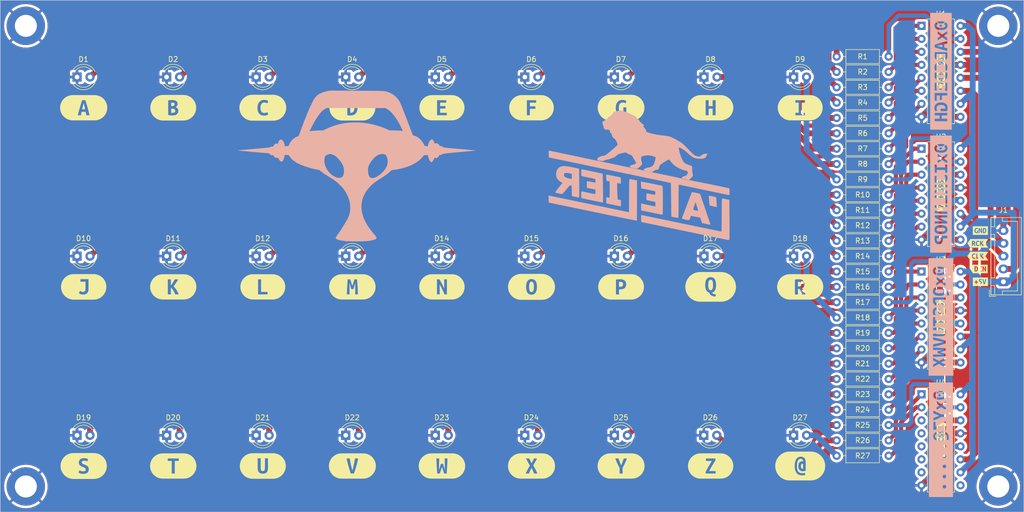
<source format=kicad_pcb>
(kicad_pcb (version 20220914) (generator pcbnew)
  (layers (0 "F.Cu" signal) (31 "B.Cu" signal) (34 "B.Paste" user) (35 "F.Paste" user) (36 "B.SilkS" user "B.Silkscreen") (37 "F.SilkS" user "F.Silkscreen") (38 "B.Mask" user) (39 "F.Mask" user) (44 "Edge.Cuts" user))
  (net 0 "")
  (net 1 "+5V")
  (net 2 "GND")
  (net 3 "OUTPUT_DIN")
  (net 4 "OUTPUT_CLK")
  (net 5 "OUTPUT_RCK")
  (net 6 "Net-(D1-A)")
  (net 7 "Net-(D2-A)")
  (net 8 "Net-(D3-A)")
  (net 9 "Net-(D4-A)")
  (net 10 "Net-(D5-A)")
  (net 11 "Net-(D6-A)")
  (net 12 "Net-(D7-A)")
  (net 13 "Net-(D8-A)")
  (net 14 "Net-(D9-A)")
  (net 15 "Net-(D10-A)")
  (net 16 "Net-(D11-A)")
  (net 17 "Net-(D12-A)")
  (net 18 "Net-(D13-A)")
  (net 19 "Net-(D14-A)")
  (net 20 "Net-(D15-A)")
  (net 21 "Net-(D16-A)")
  (net 22 "Net-(D17-A)")
  (net 23 "Net-(D18-A)")
  (net 24 "Net-(D19-A)")
  (net 25 "Net-(D20-A)")
  (net 26 "Net-(D21-A)")
  (net 27 "Net-(D22-A)")
  (net 28 "Net-(D23-A)")
  (net 29 "Net-(D24-A)")
  (net 30 "Net-(D25-A)")
  (net 31 "Net-(D26-A)")
  (net 32 "/OUTPUT_A")
  (net 33 "/OUTPUT_B")
  (net 34 "/OUTPUT_C")
  (net 35 "/OUTPUT_D")
  (net 36 "/OUTPUT_E")
  (net 37 "/OUTPUT_F")
  (net 38 "/OUTPUT_G")
  (net 39 "/OUTPUT_H")
  (net 40 "/OUTPUT_I")
  (net 41 "/OUTPUT_J")
  (net 42 "/OUTPUT_K")
  (net 43 "/OUTPUT_L")
  (net 44 "/OUTPUT_M")
  (net 45 "/OUTPUT_N")
  (net 46 "/OUTPUT_O")
  (net 47 "/OUTPUT_P")
  (net 48 "/OUTPUT_Q")
  (net 49 "/OUTPUT_R")
  (net 50 "/OUTPUT_S")
  (net 51 "/OUTPUT_T")
  (net 52 "/OUTPUT_U")
  (net 53 "/OUTPUT_V")
  (net 54 "/OUTPUT_W")
  (net 55 "/OUTPUT_X")
  (net 56 "/OUTPUT_Y")
  (net 57 "/OUTPUT_Z")
  (net 58 "Net-(U1-QH')")
  (net 59 "Net-(U2-QH')")
  (net 60 "Net-(U3-QH')")
  (net 61 "Net-(D27-A)")
  (net 68 "/OUTPUT_@")
  (footprint "Resistor_THT:R_Axial_DIN0207_L6.3mm_D2.5mm_P10.16mm_Horizontal" (layer "F.Cu") (at 188.42 99)
    (fp_text reference "R22")
    (fp_text value "R_V" hide)
  )
  (footprint "kibuzzard-6370F8D8" (layer "F.Cu") (at 128.8 46)
    (fp_text reference "kibuzzard-6370F8D8" hide)
    (fp_text value "G***" hide)
  )
  (footprint "Resistor_THT:R_Axial_DIN0207_L6.3mm_D2.5mm_P10.16mm_Horizontal" (layer "F.Cu") (at 188.42 111)
    (fp_text reference "R26")
    (fp_text value "R_Z" hide)
  )
  (footprint "LED_THT:LED_D4.0mm" (layer "F.Cu") (at 145 110)
    (fp_text reference "D25")
    (fp_text value "LED_Y")
  )
  (footprint "Resistor_THT:R_Axial_DIN0207_L6.3mm_D2.5mm_P10.16mm_Horizontal" (layer "F.Cu") (at 188.42 114)
    (fp_text reference "R27")
    (fp_text value "R_@" hide)
  )
  (footprint "kibuzzard-6370FDBC" (layer "F.Cu") (at 163.8 116)
    (fp_text reference "kibuzzard-6370FDBC" hide)
    (fp_text value "G***" hide)
  )
  (footprint "MountingHole:MountingHole_4.3mm_M4_DIN965_Pad" (layer "F.Cu") (at 220 120)
    (fp_text reference "H4" hide)
    (fp_text value "MountingHole_Pad" hide)
  )
  (footprint "LED_THT:LED_D4.0mm" (layer "F.Cu") (at 162.5 75)
    (fp_text reference "D17")
    (fp_text value "LED_Q")
  )
  (footprint "Resistor_THT:R_Axial_DIN0207_L6.3mm_D2.5mm_P10.16mm_Horizontal" (layer "F.Cu") (at 188.42 39)
    (fp_text reference "R2")
    (fp_text value "R_B" hide)
  )
  (footprint "kibuzzard-6370FC4A" (layer "F.Cu") (at 146.3 46)
    (fp_text reference "kibuzzard-6370FC4A" hide)
    (fp_text value "G***" hide)
  )
  (footprint "Package_DIP:DIP-16_W7.62mm" (layer "F.Cu") (at 205 78)
    (fp_text reference "U3")
    (fp_text value "74HC595")
  )
  (footprint "LED_THT:LED_D4.0mm" (layer "F.Cu") (at 162.46 110)
    (fp_text reference "D26")
    (fp_text value "LED_Z")
  )
  (footprint "LED_THT:LED_D4.0mm" (layer "F.Cu") (at 127.5 110)
    (fp_text reference "D24")
    (fp_text value "LED_X")
  )
  (footprint "Resistor_THT:R_Axial_DIN0207_L6.3mm_D2.5mm_P10.16mm_Horizontal" (layer "F.Cu") (at 188.42 51)
    (fp_text reference "R6")
    (fp_text value "R_F" hide)
  )
  (footprint "Resistor_THT:R_Axial_DIN0207_L6.3mm_D2.5mm_P10.16mm_Horizontal" (layer "F.Cu") (at 188.42 96)
    (fp_text reference "R21")
    (fp_text value "R_U" hide)
  )
  (footprint "kibuzzard-6370FD67" (layer "F.Cu") (at 93.8 81)
    (fp_text reference "kibuzzard-6370FD67" hide)
    (fp_text value "G***" hide)
  )
  (footprint "kibuzzard-6370FD57" (layer "F.Cu") (at 76.3 81)
    (fp_text reference "kibuzzard-6370FD57" hide)
    (fp_text value "G***" hide)
  )
  (footprint "Resistor_THT:R_Axial_DIN0207_L6.3mm_D2.5mm_P10.16mm_Horizontal" (layer "F.Cu") (at 188.42 54)
    (fp_text reference "R7")
    (fp_text value "R_G" hide)
  )
  (footprint "Package_DIP:DIP-16_W7.62mm" (layer "F.Cu") (at 205 102)
    (fp_text reference "U4")
    (fp_text value "74HC595")
  )
  (footprint "kibuzzard-6370FD51" (layer "F.Cu") (at 58.8 81)
    (fp_text reference "kibuzzard-6370FD51" hide)
    (fp_text value "G***" hide)
  )
  (footprint "LED_THT:LED_D4.0mm" (layer "F.Cu") (at 127.5 75)
    (fp_text reference "D15")
    (fp_text value "LED_O")
  )
  (footprint "LED_THT:LED_D4.0mm" (layer "F.Cu") (at 40 40)
    (fp_text reference "D1")
    (fp_text value "LED_A")
  )
  (footprint "LED_THT:LED_D4.0mm" (layer "F.Cu") (at 75 110)
    (fp_text reference "D21")
    (fp_text value "LED_U")
  )
  (footprint "kibuzzard-6370FD7F" (layer "F.Cu") (at 163.8 81)
    (fp_text reference "kibuzzard-6370FD7F" hide)
    (fp_text value "G***" hide)
  )
  (footprint "LED_THT:LED_D4.0mm" (layer "F.Cu") (at 180 40)
    (fp_text reference "D9")
    (fp_text value "LED_I")
  )
  (footprint "kibuzzard-6371601F" (layer "F.Cu") (at 216.5 70)
    (fp_text reference "kibuzzard-6371601F" hide)
    (fp_text value "G***" hide)
  )
  (footprint "LED_THT:LED_D4.0mm" (layer "F.Cu") (at 57.5 40)
    (fp_text reference "D2")
    (fp_text value "LED_B")
  )
  (footprint "kibuzzard-6370FEE8" (layer "F.Cu") (at 208.8 110.875 90)
    (fp_text reference "kibuzzard-6370FEE8" hide)
    (fp_text value "G***" hide)
  )
  (footprint "LED_THT:LED_D4.0mm" (layer "F.Cu") (at 92.5 40)
    (fp_text reference "D4")
    (fp_text value "LED_D")
  )
  (footprint "kibuzzard-6370FDB7" (layer "F.Cu") (at 146.3 116)
    (fp_text reference "kibuzzard-6370FDB7" hide)
    (fp_text value "G***" hide)
  )
  (footprint "kibuzzard-6370FD7B" (layer "F.Cu") (at 146.3 81)
    (fp_text reference "kibuzzard-6370FD7B" hide)
    (fp_text value "G***" hide)
  )
  (footprint "kibuzzard-63715FEB" (layer "F.Cu") (at 216.5 80)
    (fp_text reference "kibuzzard-63715FEB" hide)
    (fp_text value "G***" hide)
  )
  (footprint "kibuzzard-6370FDAC" (layer "F.Cu") (at 111.3 116)
    (fp_text reference "kibuzzard-6370FDAC" hide)
    (fp_text value "G***" hide)
  )
  (footprint "MountingHole:MountingHole_4.3mm_M4_DIN965_Pad" (layer "F.Cu") (at 30 30)
    (fp_text reference "H1" hide)
    (fp_text value "MountingHole_Pad" hide)
  )
  (footprint "Resistor_THT:R_Axial_DIN0207_L6.3mm_D2.5mm_P10.16mm_Horizontal" (layer "F.Cu") (at 188.42 108)
    (fp_text reference "R25")
    (fp_text value "R_Y" hide)
  )
  (footprint "Resistor_THT:R_Axial_DIN0207_L6.3mm_D2.5mm_P10.16mm_Horizontal" (layer "F.Cu") (at 188.42 66)
    (fp_text reference "R11")
    (fp_text value "R_K" hide)
  )
  (footprint "MountingHole:MountingHole_4.3mm_M4_DIN965_Pad" (layer "F.Cu") (at 220 30)
    (fp_text reference "H2" hide)
    (fp_text value "MountingHole_Pad" hide)
  )
  (footprint "Resistor_THT:R_Axial_DIN0207_L6.3mm_D2.5mm_P10.16mm_Horizontal" (layer "F.Cu") (at 188.42 81)
    (fp_text reference "R16")
    (fp_text value "R_P" hide)
  )
  (footprint "kibuzzard-6370FD9A" (layer "F.Cu") (at 58.8 116)
    (fp_text reference "kibuzzard-6370FD9A" hide)
    (fp_text value "G***" hide)
  )
  (footprint "Resistor_THT:R_Axial_DIN0207_L6.3mm_D2.5mm_P10.16mm_Horizontal" (layer "F.Cu") (at 188.42 48)
    (fp_text reference "R5")
    (fp_text value "R_E" hide)
  )
  (footprint "kibuzzard-6370FEE8" (layer "F.Cu") (at 208.8 86.875 90)
    (fp_text reference "kibuzzard-6370FEE8" hide)
    (fp_text value "G***" hide)
  )
  (footprint "Resistor_THT:R_Axial_DIN0207_L6.3mm_D2.5mm_P10.16mm_Horizontal" (layer "F.Cu") (at 188.42 102)
    (fp_text reference "R23")
    (fp_text value "R_W" hide)
  )
  (footprint "Resistor_THT:R_Axial_DIN0207_L6.3mm_D2.5mm_P10.16mm_Horizontal" (layer "F.Cu") (at 188.42 75)
    (fp_text reference "R14")
    (fp_text value "R_N" hide)
  )
  (footprint "Resistor_THT:R_Axial_DIN0207_L6.3mm_D2.5mm_P10.16mm_Horizontal" (layer "F.Cu") (at 188.42 84)
    (fp_text reference "R17")
    (fp_text value "R_Q" hide)
  )
  (footprint "Resistor_THT:R_Axial_DIN0207_L6.3mm_D2.5mm_P10.16mm_Horizontal" (layer "F.Cu") (at 188.42 78)
    (fp_text reference "R15")
    (fp_text value "R_O" hide)
  )
  (footprint "LED_THT:LED_D4.0mm" (layer "F.Cu") (at 40 110)
    (fp_text reference "D19")
    (fp_text value "LED_S")
  )
  (footprint "LED_THT:LED_D4.0mm" (layer "F.Cu") (at 57.5 110)
    (fp_text reference "D20")
    (fp_text value "LED_T")
  )
  (footprint "kibuzzard-6370FDA1" (layer "F.Cu") (at 76.3 116)
    (fp_text reference "kibuzzard-6370FDA1" hide)
    (fp_text value "G***" hide)
  )
  (footprint "LED_THT:LED_D4.0mm" (layer "F.Cu") (at 180 110)
    (fp_text reference "D27")
    (fp_text value "LED_@")
  )
  (footprint "Resistor_THT:R_Axial_DIN0207_L6.3mm_D2.5mm_P10.16mm_Horizontal" (layer "F.Cu") (at 188.42 36)
    (fp_text reference "R1")
    (fp_text value "R_A" hide)
  )
  (footprint "kibuzzard-6370F8CE" (layer "F.Cu") (at 93.8 46)
    (fp_text reference "kibuzzard-6370F8CE" hide)
    (fp_text value "G***" hide)
  )
  (footprint "Resistor_THT:R_Axial_DIN0207_L6.3mm_D2.5mm_P10.16mm_Horizontal" (layer "F.Cu") (at 188.42 87)
    (fp_text reference "R18")
    (fp_text value "R_R" hide)
  )
  (footprint "LED_THT:LED_D4.0mm" (layer "F.Cu") (at 57.5 75)
    (fp_text reference "D11")
    (fp_text value "LED_K")
  )
  (footprint "LED_THT:LED_D4.0mm" (layer "F.Cu") (at 92.5 110)
    (fp_text reference "D22")
    (fp_text value "LED_V")
  )
  (footprint "kibuzzard-6370F7DB" (layer "F.Cu") (at 41.3 46)
    (fp_text reference "kibuzzard-6370F7DB" hide)
    (fp_text value "G***" hide)
  )
  (footprint "kibuzzard-6370FDB1" (layer "F.Cu") (at 128.8 116)
    (fp_text reference "kibuzzard-6370FDB1" hide)
    (fp_text value "G***" hide)
  )
  (footprint "kibuzzard-6370FDA7" (layer "F.Cu") (at 93.8 116)
    (fp_text reference "kibuzzard-6370FDA7" hide)
    (fp_text value "G***" hide)
  )
  (footprint "Resistor_THT:R_Axial_DIN0207_L6.3mm_D2.5mm_P10.16mm_Horizontal" (layer "F.Cu") (at 188.42 45)
    (fp_text reference "R4")
    (fp_text value "R_D" hide)
  )
  (footprint "LED_THT:LED_D4.0mm" (layer "F.Cu") (at 110 75)
    (fp_text reference "D14")
    (fp_text value "LED_N")
  )
  (footprint "Resistor_THT:R_Axial_DIN0207_L6.3mm_D2.5mm_P10.16mm_Horizontal" (layer "F.Cu") (at 188.42 60)
    (fp_text reference "R9")
    (fp_text value "R_I" hide)
  )
  (footprint "LED_THT:LED_D4.0mm" (layer "F.Cu") (at 110 110)
    (fp_text reference "D23")
    (fp_text value "LED_W")
  )
  (footprint "LED_THT:LED_D4.0mm" (layer "F.Cu") (at 40 75)
    (fp_text reference "D10")
    (fp_text value "LED_J")
  )
  (footprint "Connector_JST:JST_XH_B5B-XH-A_1x05_P2.50mm_Vertical" (layer "F.Cu") (at 221 80 90)
    (fp_text reference "J1")
    (fp_text value "Conn_01x05" hide)
  )
  (footprint "LED_THT:LED_D4.0mm" (layer "F.Cu") (at 145 40)
    (fp_text reference "D7")
    (fp_text value "LED_G")
  )
  (footprint "kibuzzard-6370FD95" (layer "F.Cu") (at 41.3 116)
    (fp_text reference "kibuzzard-6370FD95" hide)
    (fp_text value "G***" hide)
  )
  (footprint "LED_THT:LED_D4.0mm" (layer "F.Cu") (at 127.5 40)
    (fp_text reference "D6")
    (fp_text value "LED_F")
  )
  (footprint "Resistor_THT:R_Axial_DIN0207_L6.3mm_D2.5mm_P10.16mm_Horizontal" (layer "F.Cu") (at 188.42 69)
    (fp_text reference "R12")
    (fp_text value "R_L" hide)
  )
  (footprint "kibuzzard-6370FD6F" (layer "F.Cu") (at 111.3 81)
    (fp_text reference "kibuzzard-6370FD6F" hide)
    (fp_text value "G***" hide)
  )
  (footprint "Resistor_THT:R_Axial_DIN0207_L6.3mm_D2.5mm_P10.16mm_Horizontal" (layer "F.Cu") (at 188.42 90)
    (fp_text reference "R19")
    (fp_text value "R_S" hide)
  )
  (footprint "Resistor_THT:R_Axial_DIN0207_L6.3mm_D2.5mm_P10.16mm_Horizontal" (layer "F.Cu") (at 188.42 63)
    (fp_text reference "R10")
    (fp_text value "R_J" hide)
  )
  (footprint "kibuzzard-6370FC51" (layer "F.Cu") (at 163.8 46)
    (fp_text reference "kibuzzard-6370FC51" hide)
    (fp_text value "G***" hide)
  )
  (footprint "Resistor_THT:R_Axial_DIN0207_L6.3mm_D2.5mm_P10.16mm_Horizontal" (layer "F.Cu") (at 188.42 105)
    (fp_text reference "R24")
    (fp_text value "R_X" hide)
  )
  (footprint "kibuzzard-63716017" (layer "F.Cu") (at 216 72.5)
    (fp_text reference "kibuzzard-63716017" hide)
    (fp_text value "G***" hide)
  )
  (footprint "LED_THT:LED_D4.0mm" (layer "F.Cu") (at 145 75)
    (fp_text reference "D16")
    (fp_text value "LED_P")
  )
  (footprint "Resistor_THT:R_Axial_DIN0207_L6.3mm_D2.5mm_P10.16mm_Horizontal" (layer "F.Cu") (at 188.42 57)
    (fp_text reference "R8")
    (fp_text value "R_H" hide)
  )
  (footprint "Resistor_THT:R_Axial_DIN0207_L6.3mm_D2.5mm_P10.16mm_Horizontal" (layer "F.Cu") (at 188.42 42)
    (fp_text reference "R3")
    (fp_text value "R_C" hide)
  )
  (footprint "kibuzzard-6370FD86" (layer "F.Cu") (at 181.3 81)
    (fp_text reference "kibuzzard-6370FD86" hide)
    (fp_text value "G***" hide)
  )
  (footprint "kibuzzard-6370FDCC" (layer "F.Cu") (at 181.3 116)
    (fp_text reference "kibuzzard-6370FDCC" hide)
    (fp_text value "G***" hide)
  )
  (footprint "MountingHole:MountingHole_4.3mm_M4_DIN965_Pad" (layer "F.Cu") (at 30 120)
    (fp_text reference "H3" hide)
    (fp_text value "MountingHole_Pad" hide)
  )
  (footprint "LED_THT:LED_D4.0mm" (layer "F.Cu") (at 75 40)
    (fp_text reference "D3")
    (fp_text value "LED_C")
  )
  (footprint "Resistor_THT:R_Axial_DIN0207_L6.3mm_D2.5mm_P10.16mm_Horizontal" (layer "F.Cu") (at 188.42 72)
    (fp_text reference "R13")
    (fp_text value "R_M" hide)
  )
  (footprint "LED_THT:LED_D4.0mm" (layer "F.Cu") (at 75 75)
    (fp_text reference "D12")
    (fp_text value "LED_L")
  )
  (footprint "LED_THT:LED_D4.0mm" (layer "F.Cu") (at 92.5 75)
    (fp_text reference "D13")
    (fp_text value "LED_M")
  )
  (footprint "kibuzzard-6370F8C8" (layer "F.Cu") (at 76.3 46)
    (fp_text reference "kibuzzard-6370F8C8" hide)
    (fp_text value "G***" hide)
  )
  (footprint "kibuzzard-6370FD4C" (layer "F.Cu") (at 41.3 81)
    (fp_text reference "kibuzzard-6370FD4C" hide)
    (fp_text value "G***" hide)
  )
  (footprint "kibuzzard-6370FEE8" (layer "F.Cu") (at 208.8 62.875 90)
    (fp_text reference "kibuzzard-6370FEE8" hide)
    (fp_text value "G***" hide)
  )
  (footprint "LED_THT:LED_D4.0mm" (layer "F.Cu") (at 180 75)
    (fp_text reference "D18")
    (fp_text value "LED_R")
  )
  (footprint "LED_THT:LED_D4.0mm" (layer "F.Cu") (at 110 40)
    (fp_text reference "D5")
    (fp_text value "LED_E")
  )
  (footprint "LED_THT:LED_D4.0mm" (layer "F.Cu") (at 162.5 40)
    (fp_text reference "D8")
    (fp_text value "LED_H")
  )
  (footprint "kibuzzard-6370FC63" (layer "F.Cu") (at 181.3 46)
    (fp_text reference "kibuzzard-6370FC63" hide)
    (fp_text value "G***" hide)
  )
  (footprint "kibuzzard-63716000" (layer "F.Cu") (at 216 75)
    (fp_text reference "kibuzzard-63716000" hide)
    (fp_text value "G***" hide)
  )
  (footprint "kibuzzard-6370F8D3" (layer "F.Cu") (at 111.3 46)
    (fp_text reference "kibuzzard-6370F8D3" hide)
    (fp_text value "G***" hide)
  )
  (footprint "kibuzzard-6370FD75" (layer "F.Cu") (at 128.8 81)
    (fp_text reference "kibuzzard-6370FD75" hide)
    (fp_text value "G***" hide)
  )
  (footprint "kibuzzard-63715FF9" (layer "F.Cu") (at 216.2 77.5)
    (fp_text reference "kibuzzard-63715FF9" hide)
    (fp_text value "G***" hide)
  )
  (footprint "Package_DIP:DIP-16_W7.62mm" (layer "F.Cu") (at 205 30)
    (fp_text reference "U1")
    (fp_text value "74HC595")
  )
  (footprint "Resistor_THT:R_Axial_DIN0207_L6.3mm_D2.5mm_P10.16mm_Horizontal" (layer "F.Cu") (at 188.42 93)
    (fp_text reference "R20")
    (fp_text value "R_T" hide)
  )
  (footprint "kibuzzard-6370FEE8" (layer "F.Cu") (at 208.8 38.875 90)
    (fp_text reference "kibuzzard-6370FEE8" hide)
    (fp_text value "G***" hide)
  )
  (footprint "Package_DIP:DIP-16_W7.62mm" (layer "F.Cu") (at 205 54)
    (fp_text reference "U2")
    (fp_text value "74HC595")
  )
  (footprint "kibuzzard-6370F8AD" (layer "F.Cu") (at 58.8 46)
    (fp_text reference "kibuzzard-6370F8AD" hide)
    (fp_text value "G***" hide)
  )
  (footprint "LOGO" (layer "B.Cu") (at 95 57.5 180)
    (fp_text reference "G***" hide)
    (fp_text value "LOGO" hide)
  )
  (footprint "kibuzzard-63710126" (layer "B.Cu") (at 208.8 62.875 -90)
    (fp_text reference "kibuzzard-63710126" hide)
    (fp_text value "G***" hide)
  )
  (footprint "LOGO" (layer "B.Cu") (at 150 60 180)
    (fp_text reference "G***" hide)
    (fp_text value "LOGO" hide)
  )
  (footprint "kibuzzard-637101DC" (layer "B.Cu") (at 208.8 110.875 -90)
    (fp_text reference "kibuzzard-637101DC" hide)
    (fp_text value "G***" hide)
  )
  (footprint "kibuzzard-6371013A" (layer "B.Cu") (at 208.8 86.875 -90)
    (fp_text reference "kibuzzard-6371013A" hide)
    (fp_text value "G***" hide)
  )
  (footprint "kibuzzard-63710104" (layer "B.Cu") (at 208.8 38.875 -90)
    (fp_text reference "kibuzzard-63710104" hide)
    (fp_text value "G***" hide)
  )
  (footprint "LOGO" (layer "B.Cu") (at 150 60 180)
    (fp_text reference "G***" hide)
    (fp_text value "LOGO" hide)
  )
  (gr_rect (start 25 25) (end 225 125) (stroke (width 0.1)) (fill none) (layer "Edge.Cuts"))
  (segment (start 214 30) (end 215 31) (width 1.152) (layer "B.Cu") (net 1))
  (segment (start 215 114.86) (end 212.62 117.24) (width 1.152) (layer "B.Cu") (net 1))
  (segment (start 215 78) (end 215 90.86) (width 1.152) (layer "B.Cu") (net 1))
  (segment (start 215 51.62) (end 212.62 54) (width 1.152) (layer "B.Cu") (net 1))
  (segment (start 214.18 67.68) (end 212.62 69.24) (width 1.152) (layer "B.Cu") (net 1))
  (segment (start 221 80) (end 217 80) (width 1.152) (layer "B.Cu") (net 1))
  (segment (start 215 66.14) (end 215.36 66.5) (width 1.152) (layer "B.Cu") (net 1))
  (segment (start 217 80) (end 215 78) (width 1.152) (layer "B.Cu") (net 1))
  (segment (start 215 31) (end 215 42.86) (width 1.152) (layer "B.Cu") (net 1))
  (segment (start 215 78) (end 212.62 78) (width 1.152) (layer "B.Cu") (net 1))
  (segment (start 222 80) (end 223 79) (width 1.152) (layer "B.Cu") (net 1))
  (segment (start 215 42.86) (end 212.62 45.24) (width 1.152) (layer "B.Cu") (net 1))
  (segment (start 215.36 66.5) (end 214.18 67.68) (width 1.152) (layer "B.Cu") (net 1))
  (segment (start 223 66.5) (end 215.36 66.5) (width 1.152) (layer "B.Cu") (net 1))
  (segment (start 223 79) (end 223 66.5) (width 1.152) (layer "B.Cu") (net 1))
  (segment (start 215 90.86) (end 212.62 93.24) (width 1.152) (layer "B.Cu") (net 1))
  (segment (start 215 99.62) (end 212.62 102) (width 1.152) (layer "B.Cu") (net 1))
  (segment (start 215 66.86) (end 214.18 67.68) (width 1.152) (layer "B.Cu") (net 1))
  (segment (start 215 65.5) (end 215 66.86) (width 1.152) (layer "B.Cu") (net 1))
  (segment (start 215 90.86) (end 215 99.62) (width 1.152) (layer "B.Cu") (net 1))
  (segment (start 221 80) (end 222 80) (width 1.152) (layer "B.Cu") (net 1))
  (segment (start 215 99.62) (end 215 114.86) (width 1.152) (layer "B.Cu") (net 1))
  (segment (start 215 42.86) (end 215 51.62) (width 1.152) (layer "B.Cu") (net 1))
  (segment (start 215 65.5) (end 215 66.14) (width 1.152) (layer "B.Cu") (net 1))
  (segment (start 212.62 30) (end 214 30) (width 1.152) (layer "B.Cu") (net 1))
  (segment (start 215 51.62) (end 215 65.5) (width 1.152) (layer "B.Cu") (net 1))
  (segment (start 208.62 109.62) (end 207.25 108.25) (width 1.152) (layer "F.Cu") (net 2))
  (segment (start 207.25 69.53) (end 205 71.78) (width 1.152) (layer "F.Cu") (net 2))
  (segment (start 207.25 56.75) (end 207.25 66.75) (width 1.152) (layer "F.Cu") (net 2))
  (segment (start 212.62 61.62) (end 210.12 61.62) (width 1.152) (layer "F.Cu") (net 2))
  (segment (start 207.25 107.75) (end 207.25 117.53) (width 1.152) (layer "F.Cu") (net 2))
  (segment (start 207.03 93.75) (end 207.25 93.75) (width 1.152) (layer "F.Cu") (net 2))
  (segment (start 207.25 66.75) (end 207.25 69.53) (width 1.152) (layer "F.Cu") (net 2))
  (segment (start 207.25 83.25) (end 207.25 84.75) (width 1.152) (layer "F.Cu") (net 2))
  (segment (start 207.25 84.75) (end 207.25 93.75) (width 1.152) (layer "F.Cu") (net 2))
  (segment (start 207.25 45.25) (end 207.25 39.25) (width 1.152) (layer "F.Cu") (net 2))
  (segment (start 207.25 66.75) (end 207.25 81.25) (width 1.152) (layer "F.Cu") (net 2))
  (segment (start 210.12 109.62) (end 208.62 109.62) (width 1.152) (layer "F.Cu") (net 2))
  (segment (start 207.25 84.25) (end 207.25 83.25) (width 1.152) (layer "F.Cu") (net 2))
  (segment (start 221 39.5) (end 221 70) (width 1.152) (layer "F.Cu") (net 2))
  (segment (start 212.62 109.62) (end 210.12 109.62) (width 1.152) (layer "F.Cu") (net 2))
  (segment (start 207.25 58.75) (end 207.25 56.75) (width 1.152) (layer "F.Cu") (net 2))
  (segment (start 207.25 39.25) (end 208.88 37.62) (width 1.152) (layer "F.Cu") (net 2))
  (segment (start 210.12 61.62) (end 207.25 58.75) (width 1.152) (layer "F.Cu") (net 2))
  (segment (start 208.62 85.62) (end 207.25 84.25) (width 1.152) (layer "F.Cu") (net 2))
  (segment (start 205 47.78) (end 207.25 45.53) (width 1.152) (layer "F.Cu") (net 2))
  (segment (start 212.62 37.62) (end 219.12 37.62) (width 1.152) (layer "F.Cu") (net 2))
  (segment (start 208.88 37.62) (end 212.62 37.62) (width 1.152) (layer "F.Cu") (net 2))
  (segment (start 207.25 117.53) (end 205 119.78) (width 1.152) (layer "F.Cu") (net 2))
  (segment (start 207.25 47.25) (end 207.25 45.25) (width 1.152) (layer "F.Cu") (net 2))
  (segment (start 205 95.78) (end 207.03 93.75) (width 1.152) (layer "F.Cu") (net 2))
  (segment (start 207.25 45.53) (end 207.25 45.25) (width 1.152) (layer "F.Cu") (net 2))
  (segment (start 207.25 93.75) (end 207.25 106.75) (width 1.152) (layer "F.Cu") (net 2))
  (segment (start 207.25 81.25) (end 207.25 83.25) (width 1.152) (layer "F.Cu") (net 2))
  (segment (start 207.25 106.75) (end 207.25 107.75) (width 1.152) (layer "F.Cu") (net 2))
  (segment (start 207.25 47.25) (end 207.25 56.75) (width 1.152) (layer "F.Cu") (net 2))
  (segment (start 212.62 85.62) (end 208.62 85.62) (width 1.152) (layer "F.Cu") (net 2))
  (segment (start 219.12 37.62) (end 221 39.5) (width 1.152) (layer "F.Cu") (net 2))
  (segment (start 207.25 108.25) (end 207.25 107.75) (width 1.152) (layer "F.Cu") (net 2))
  (segment (start 223.5 38) (end 220.58 35.08) (width 1.152) (layer "F.Cu") (net 3))
  (segment (start 221 77.5) (end 223 77.5) (width 1.152) (layer "F.Cu") (net 3))
  (segment (start 220.58 35.08) (end 212.62 35.08) (width 1.152) (layer "F.Cu") (net 3))
  (segment (start 223.5 77) (end 223.5 38) (width 1.152) (layer "F.Cu") (net 3))
  (segment (start 223 77.5) (end 223.5 77) (width 1.152) (layer "F.Cu") (net 3))
  (segment (start 215.42 69.5) (end 212.62 66.7) (width 1.152) (layer "F.Cu") (net 4))
  (segment (start 215.5 90) (end 214.8 90.7) (width 1.152) (layer "F.Cu") (net 4))
  (segment (start 214.7 42.7) (end 212.62 42.7) (width 1.152) (layer "F.Cu") (net 4))
  (segment (start 215.5 69.5) (end 215.42 69.5) (width 1.152) (layer "F.Cu") (net 4))
  (segment (start 215.5 43.5) (end 214.7 42.7) (width 1.152) (layer "F.Cu") (net 4))
  (segment (start 215.5 69.5) (end 215.5 43.5) (width 1.152) (layer "F.Cu") (net 4))
  (segment (start 214.3 114.7) (end 212.62 114.7) (width 1.152) (layer "F.Cu") (net 4))
  (segment (start 215.5 69.58) (end 215.5 90) (width 1.152) (layer "F.Cu") (net 4))
  (segment (start 215.5 90) (end 215.5 113.5) (width 1.152) (layer "F.Cu") (net 4))
  (segment (start 215.5 113.5) (end 214.3 114.7) (width 1.152) (layer "F.Cu") (net 4))
  (segment (start 215.42 69.5) (end 215.5 69.58) (width 1.152) (layer "F.Cu") (net 4))
  (segment (start 214.8 90.7) (end 212.62 90.7) (width 1.152) (layer "F.Cu") (net 4))
  (segment (start 221 75) (end 215.5 69.5) (width 1.152) (layer "F.Cu") (net 4))
  (segment (start 218.5 70) (end 218.5 41.5) (width 1.152) (layer "F.Cu") (net 5))
  (segment (start 217.16 40.16) (end 212.62 40.16) (width 1.152) (layer "F.Cu") (net 5))
  (segment (start 210.5 79) (end 210.5 81.728) (width 1.152) (layer "F.Cu") (net 5))
  (segment (start 218.5 41.5) (end 217.16 40.16) (width 1.152) (layer "F.Cu") (net 5))
  (segment (start 221 72.5) (end 218.5 70) (width 1.152) (layer "F.Cu") (net 5))
  (segment (start 210.5 102.5) (end 210.5 105.728) (width 1.152) (layer "F.Cu") (net 5))
  (via (at 210.5 105.728) (size 0.8) (drill 0.4) (layers "F.Cu" "B.Cu") (net 5))
  (via (at 210.5 102.5) (size 0.8) (drill 0.4) (layers "F.Cu" "B.Cu") (net 5))
  (via (at 210.5 79) (size 0.8) (drill 0.4) (layers "F.Cu" "B.Cu") (net 5))
  (via (at 210.5 81.728) (size 0.8) (drill 0.4) (layers "F.Cu" "B.Cu") (net 5))
  (segment (start 212.62 88.16) (end 211.16 88.16) (width 1.152) (layer "B.Cu") (net 5))
  (segment (start 210.5 111.82) (end 210.84 112.16) (width 1.152) (layer "B.Cu") (net 5))
  (segment (start 210.5 87.5) (end 210.5 102.5) (width 1.152) (layer "B.Cu") (net 5))
  (segment (start 216.5 74.5) (end 211.5 74.5) (width 1.152) (layer "B.Cu") (net 5))
  (segment (start 212.46 64) (end 212.62 64.16) (width 1.152) (layer "B.Cu") (net 5))
  (segment (start 210.5 75.5) (end 210.5 76) (width 1.152) (layer "B.Cu") (net 5))
  (segment (start 211.5 64) (end 212.46 64) (width 1.152) (layer "B.Cu") (net 5))
  (segment (start 211.16 88.16) (end 210.5 87.5) (width 1.152) (layer "B.Cu") (net 5))
  (segment (start 210.5 105.728) (end 210.5 111.82) (width 1.152) (layer "B.Cu") (net 5))
  (segment (start 218.5 72.5) (end 216.5 74.5) (width 1.152) (layer "B.Cu") (net 5))
  (segment (start 209.5 66) (end 211.5 64) (width 1.152) (layer "B.Cu") (net 5))
  (segment (start 210.84 112.16) (end 212.62 112.16) (width 1.152) (layer "B.Cu") (net 5))
  (segment (start 221 72.5) (end 218.5 72.5) (width 1.152) (layer "B.Cu") (net 5))
  (segment (start 210.5 76) (end 210.5 79) (width 1.152) (layer "B.Cu") (net 5))
  (segment (start 211.5 74.5) (end 210.5 75.5) (width 1.152) (layer "B.Cu") (net 5))
  (segment (start 211.5 74.5) (end 209.5 72.5) (width 1.152) (layer "B.Cu") (net 5))
  (segment (start 209.5 72.5) (end 209.5 66) (width 1.152) (layer "B.Cu") (net 5))
  (segment (start 210.5 81.728) (end 210.5 87.5) (width 1.152) (layer "B.Cu") (net 5))
  (segment (start 53.04 29.5) (end 42.54 40) (width 1.152) (layer "F.Cu") (net 6))
  (segment (start 188.42 32.507984) (end 185.412016 29.5) (width 1.152) (layer "F.Cu") (net 6))
  (segment (start 185.412016 29.5) (end 53.04 29.5) (width 1.152) (layer "F.Cu") (net 6))
  (segment (start 188.42 36) (end 188.42 32.507984) (width 1.152) (layer "F.Cu") (net 6))
  (segment (start 186.844 32.844) (end 185 31) (width 1.152) (layer "F.Cu") (net 7))
  (segment (start 185 31) (end 69 31) (width 1.152) (layer "F.Cu") (net 7))
  (segment (start 62.688 37.312) (end 62.688 37.352) (width 1.152) (layer "F.Cu") (net 7))
  (segment (start 62.688 37.352) (end 60.04 40) (width 1.152) (layer "F.Cu") (net 7))
  (segment (start 69 31) (end 62.688 37.312) (width 1.152) (layer "F.Cu") (net 7))
  (segment (start 188.42 39) (end 186.844 37.424) (width 1.152) (layer "F.Cu") (net 7))
  (segment (start 186.844 37.424) (end 186.844 32.844) (width 1.152) (layer "F.Cu") (net 7))
  (segment (start 185.492 33.5) (end 184.344 32.352) (width 1.152) (layer "F.Cu") (net 8))
  (segment (start 85.188 32.352) (end 77.54 40) (width 1.152) (layer "F.Cu") (net 8))
  (segment (start 186.844 39.652801) (end 185.492 38.300802) (width 1.152) (layer "F.Cu") (net 8))
  (segment (start 184.344 32.352) (end 85.188 32.352) (width 1.152) (layer "F.Cu") (net 8))
  (segment (start 188.42 42) (end 186.844 40.424) (width 1.152) (layer "F.Cu") (net 8))
  (segment (start 185.492 38.300802) (end 185.492 33.5) (width 1.152) (layer "F.Cu") (net 8))
  (segment (start 186.844 40.424) (end 186.844 39.652801) (width 1.152) (layer "F.Cu") (net 8))
  (segment (start 185.492 42.072) (end 185.492 40.212817) (width 1.152) (layer "F.Cu") (net 9))
  (segment (start 184 34) (end 183.704 33.704) (width 1.152) (layer "F.Cu") (net 9))
  (segment (start 101.336 33.704) (end 95.04 40) (width 1.152) (layer "F.Cu") (net 9))
  (segment (start 188.42 45) (end 185.492 42.072) (width 1.152) (layer "F.Cu") (net 9))
  (segment (start 183.704 33.704) (end 101.336 33.704) (width 1.152) (layer "F.Cu") (net 9))
  (segment (start 185.492 40.212817) (end 184 38.720818) (width 1.152) (layer "F.Cu") (net 9))
  (segment (start 184 38.720818) (end 184 34) (width 1.152) (layer "F.Cu") (net 9))
  (segment (start 188.42 48) (end 181.5 48) (width 1.152) (layer "F.Cu") (net 10))
  (segment (start 178 38.819951) (end 174.328049 35.148) (width 1.152) (layer "F.Cu") (net 10))
  (segment (start 181.5 48) (end 178 44.5) (width 1.152) (layer "F.Cu") (net 10))
  (segment (start 117.392 35.148) (end 112.54 40) (width 1.152) (layer "F.Cu") (net 10))
  (segment (start 178 44.5) (end 178 38.819951) (width 1.152) (layer "F.Cu") (net 10))
  (segment (start 174.328049 35.148) (end 117.392 35.148) (width 1.152) (layer "F.Cu") (net 10))
  (segment (start 176.648 45.060016) (end 182.587984 51) (width 1.152) (layer "F.Cu") (net 11))
  (segment (start 182.587984 51) (end 188.42 51) (width 1.152) (layer "F.Cu") (net 11))
  (segment (start 130.04 40) (end 133.54 36.5) (width 1.152) (layer "F.Cu") (net 11))
  (segment (start 133.54 36.5) (end 173.768032 36.5) (width 1.152) (layer "F.Cu") (net 11))
  (segment (start 173.768032 36.5) (end 176.648 39.379968) (width 1.152) (layer "F.Cu") (net 11))
  (segment (start 176.648 39.379968) (end 176.648 45.060016) (width 1.152) (layer "F.Cu") (net 11))
  (segment (start 175.296 45.620032) (end 183.675968 54) (width 1.152) (layer "F.Cu") (net 12))
  (segment (start 149.688 37.852) (end 173.148 37.852) (width 1.152) (layer "F.Cu") (net 12))
  (segment (start 175.296 40) (end 175.296 45.620032) (width 1.152) (layer "F.Cu") (net 12))
  (segment (start 183.675968 54) (end 188.42 54) (width 1.152) (layer "F.Cu") (net 12))
  (segment (start 147.54 40) (end 149.688 37.852) (width 1.152) (layer "F.Cu") (net 12))
  (segment (start 173.148 37.852) (end 175.296 40) (width 1.152) (layer "F.Cu") (net 12))
  (segment (start 188.42 57) (end 184.5 57) (width 1.152) (layer "F.Cu") (net 13))
  (segment (start 184.5 57) (end 173.944 46.444) (width 1.152) (layer "F.Cu") (net 13))
  (segment (start 173.944 40.944) (end 173 40) (width 1.152) (layer "F.Cu") (net 13))
  (segment (start 173 40) (end 165.04 40) (width 1.152) (layer "F.Cu") (net 13))
  (segment (start 173.944 46.444) (end 173.944 40.944) (width 1.152) (layer "F.Cu") (net 13))
  (segment (start 182.54 40) (end 182.54 54.12) (width 1.152) (layer "B.Cu") (net 14))
  (segment (start 182.54 54.12) (end 188.42 60) (width 1.152) (layer "B.Cu") (net 14))
  (segment (start 54.54 63) (end 42.54 75) (width 1.152) (layer "F.Cu") (net 15))
  (segment (start 188.42 63) (end 54.54 63) (width 1.152) (layer "F.Cu") (net 15))
  (segment (start 187 64.352) (end 187 64.58) (width 1.152) (layer "F.Cu") (net 16))
  (segment (start 60.04 75) (end 70.688 64.352) (width 1.152) (layer "F.Cu") (net 16))
  (segment (start 187 64.58) (end 188.42 66) (width 1.152) (layer "F.Cu") (net 16))
  (segment (start 70.688 64.352) (end 187 64.352) (width 1.152) (layer "F.Cu") (net 16))
  (segment (start 86.836 65.704) (end 77.54 75) (width 1.152) (layer "F.Cu") (net 17))
  (segment (start 188.42 69) (end 185.124 65.704) (width 1.152) (layer "F.Cu") (net 17))
  (segment (start 185.124 65.704) (end 86.836 65.704) (width 1.152) (layer "F.Cu") (net 17))
  (segment (start 183.476 67.056) (end 188.42 72) (width 1.152) (layer "F.Cu") (net 18))
  (segment (start 102.984 67.056) (end 183.476 67.056) (width 1.152) (layer "F.Cu") (net 18))
  (segment (start 95.04 75) (end 102.984 67.056) (width 1.152) (layer "F.Cu") (net 18))
  (segment (start 181.92 68.5) (end 188.42 75) (width 1.152) (layer "F.Cu") (net 19))
  (segment (start 119.04 68.5) (end 181.92 68.5) (width 1.152) (layer "F.Cu") (net 19))
  (segment (start 112.54 75) (end 119.04 68.5) (width 1.152) (layer "F.Cu") (net 19))
  (segment (start 186.5 77) (end 186.5 74.992016) (width 1.152) (layer "F.Cu") (net 20))
  (segment (start 187.5 78) (end 186.5 77) (width 1.152) (layer "F.Cu") (net 20))
  (segment (start 186.5 74.992016) (end 181.359984 69.852) (width 1.152) (layer "F.Cu") (net 20))
  (segment (start 188.42 78) (end 187.5 78) (width 1.152) (layer "F.Cu") (net 20))
  (segment (start 135.188 69.852) (end 130.04 75) (width 1.152) (layer "F.Cu") (net 20))
  (segment (start 181.359984 69.852) (end 135.188 69.852) (width 1.152) (layer "F.Cu") (net 20))
  (segment (start 151.336 71.204) (end 174.5 71.204) (width 1.152) (layer "F.Cu") (net 21))
  (segment (start 177 80) (end 178 81) (width 1.152) (layer "F.Cu") (net 21))
  (segment (start 177 73.704) (end 177 80) (width 1.152) (layer "F.Cu") (net 21))
  (segment (start 178 81) (end 188.42 81) (width 1.152) (layer "F.Cu") (net 21))
  (segment (start 174.5 71.204) (end 177 73.704) (width 1.152) (layer "F.Cu") (net 21))
  (segment (start 147.54 75) (end 151.336 71.204) (width 1.152) (layer "F.Cu") (net 21))
  (segment (start 175.148 75) (end 165.04 75) (width 1.152) (layer "F.Cu") (net 22))
  (segment (start 188.42 84) (end 178.296 84) (width 1.152) (layer "F.Cu") (net 22))
  (segment (start 178.296 84) (end 175.648 81.352) (width 1.152) (layer "F.Cu") (net 22))
  (segment (start 175.648 81.352) (end 175.648 75.5) (width 1.152) (layer "F.Cu") (net 22))
  (segment (start 175.648 75.5) (end 175.148 75) (width 1.152) (layer "F.Cu") (net 22))
  (segment (start 182.54 81.12) (end 188.42 87) (width 1.152) (layer "B.Cu") (net 23))
  (segment (start 182.54 75) (end 182.54 81.12) (width 1.152) (layer "B.Cu") (net 23))
  (segment (start 44 90) (end 42.5 91.5) (width 1.152) (layer "F.Cu") (net 24))
  (segment (start 42.54 91.54) (end 42.54 110) (width 1.152) (layer "F.Cu") (net 24))
  (segment (start 188.42 90) (end 44 90) (width 1.152) (layer "F.Cu") (net 24))
  (segment (start 42.5 91.5) (end 42.54 91.54) (width 1.152) (layer "F.Cu") (net 24))
  (segment (start 62 93) (end 188.42 93) (width 1.152) (layer "F.Cu") (net 25))
  (segment (start 60.04 110) (end 60.04 94.96) (width 1.152) (layer "F.Cu") (net 25))
  (segment (start 60.04 94.96) (end 62 93) (width 1.152) (layer "F.Cu") (net 25))
  (segment (start 79 96) (end 77.54 97.46) (width 1.152) (layer "F.Cu") (net 26))
  (segment (start 77.54 97.46) (end 77.54 110) (width 1.152) (layer "F.Cu") (net 26))
  (segment (start 188.42 96) (end 79 96) (width 1.152) (layer "F.Cu") (net 26))
  (segment (start 188.42 99) (end 97 99) (width 1.152) (layer "F.Cu") (net 27))
  (segment (start 95.04 100.96) (end 95.04 110) (width 1.152) (layer "F.Cu") (net 27))
  (segment (start 97 99) (end 95.04 100.96) (width 1.152) (layer "F.Cu") (net 27))
  (segment (start 114 102) (end 188.42 102) (width 1.152) (layer "F.Cu") (net 28))
  (segment (start 112.54 110) (end 112.54 103.46) (width 1.152) (layer "F.Cu") (net 28))
  (segment (start 112.54 103.46) (end 114 102) (width 1.152) (layer "F.Cu") (net 28))
  (segment (start 188.42 105) (end 131.5 105) (width 1.152) (layer "F.Cu") (net 29))
  (segment (start 130.04 106.46) (end 130.04 110) (width 1.152) (layer "F.Cu") (net 29))
  (segment (start 131.5 105) (end 130.04 106.46) (width 1.152) (layer "F.Cu") (net 29))
  (segment (start 150.54 107) (end 147.54 110) (width 1.152) (layer "F.Cu") (net 30))
  (segment (start 185.5 108) (end 184.5 107) (width 1.152) (layer "F.Cu") (net 30))
  (segment (start 188.42 108) (end 185.5 108) (width 1.152) (layer "F.Cu") (net 30))
  (segment (start 184.5 107) (end 150.54 107) (width 1.152) (layer "F.Cu") (net 30))
  (segment (start 185 112) (end 186 111) (width 1.152) (layer "F.Cu") (net 31))
  (segment (start 186 111) (end 188.42 111) (width 1.152) (layer "F.Cu") (net 31))
  (segment (start 165 110) (end 169 114) (width 1.152) (layer "F.Cu") (net 31))
  (segment (start 183 114) (end 185 112) (width 1.152) (layer "F.Cu") (net 31))
  (segment (start 169 114) (end 183 114) (width 1.152) (layer "F.Cu") (net 31))
  (segment (start 185 112) (end 185.5 111.5) (width 1.152) (layer "F.Cu") (net 31))
  (segment (start 198.58 36) (end 198.58 29.92) (width 0.8128) (layer "B.Cu") (net 32))
  (segment (start 207.5 32) (end 208.04 32.54) (width 0.8128) (layer "B.Cu") (net 32))
  (segment (start 208.04 32.54) (end 212.62 32.54) (width 0.8128) (layer "B.Cu") (net 32))
  (segment (start 207.5 29.6872) (end 207.5 32) (width 0.8128) (layer "B.Cu") (net 32))
  (segment (start 198.58 29.92) (end 200.5 28) (width 0.8128) (layer "B.Cu") (net 32))
  (segment (start 200.5 28) (end 205.8128 28) (width 0.8128) (layer "B.Cu") (net 32))
  (segment (start 205.8128 28) (end 207.5 29.6872) (width 0.8128) (layer "B.Cu") (net 32))
  (segment (start 200.5 30) (end 199.9864 30.5136) (width 0.8128) (layer "F.Cu") (net 33))
  (segment (start 205 30) (end 200.5 30) (width 0.8128) (layer "F.Cu") (net 33))
  (segment (start 199.9864 30.5136) (end 199.9864 37.5936) (width 0.8128) (layer "F.Cu") (net 33))
  (segment (start 199.9864 37.5936) (end 198.58 39) (width 0.8128) (layer "F.Cu") (net 33))
  (segment (start 205 32.54) (end 201.46 32.54) (width 0.8128) (layer "F.Cu") (net 34))
  (segment (start 200.9992 33.0008) (end 200.9992 39.5808) (width 0.8128) (layer "F.Cu") (net 34))
  (segment (start 201.46 32.54) (end 200.9992 33.0008) (width 0.8128) (layer "F.Cu") (net 34))
  (segment (start 200.9992 39.5808) (end 198.58 42) (width 0.8128) (layer "F.Cu") (net 34))
  (segment (start 200.006158 42.006158) (end 200.006158 43.573842) (width 0.8128) (layer "F.Cu") (net 35))
  (segment (start 205 35.08) (end 202.92 35.08) (width 0.8128) (layer "F.Cu") (net 35))
  (segment (start 200.006158 43.573842) (end 198.58 45) (width 0.8128) (layer "F.Cu") (net 35))
  (segment (start 202.012 35.988) (end 202.012 40.000316) (width 0.8128) (layer "F.Cu") (net 35))
  (segment (start 202.012 40.000316) (end 200.006158 42.006158) (width 0.8128) (layer "F.Cu") (net 35))
  (segment (start 202.92 35.08) (end 202.012 35.988) (width 0.8128) (layer "F.Cu") (net 35))
  (segment (start 200.04 44.972315) (end 200.04 46.54) (width 0.8128) (layer "F.Cu") (net 36))
  (segment (start 199.9864 45.025915) (end 199.9864 46.5936) (width 0.8128) (layer "F.Cu") (net 36))
  (segment (start 203.4048 37.62) (end 203.0248 38) (width 0.8128) (layer "F.Cu") (net 36))
  (segment (start 200.04 46.54) (end 198.58 48) (width 0.8128) (layer "F.Cu") (net 36))
  (segment (start 199.9864 46.5936) (end 198.58 48) (width 0.8128) (layer "F.Cu") (net 36))
  (segment (start 205 37.62) (end 203.4048 37.62) (width 0.8128) (layer "F.Cu") (net 36))
  (segment (start 201.018958 43.993357) (end 199.9864 45.025915) (width 0.8128) (layer "F.Cu") (net 36))
  (segment (start 203.0248 40.5248) (end 202.9752 40.5248) (width 0.8128) (layer "F.Cu") (net 36))
  (segment (start 203.0248 40.419832) (end 201.018958 42.425674) (width 0.8128) (layer "F.Cu") (net 36))
  (segment (start 201.018958 42.425674) (end 201.018958 43.993357) (width 0.8128) (layer "F.Cu") (net 36))
  (segment (start 202.9752 40.5248) (end 201.018958 42.481042) (width 0.8128) (layer "F.Cu") (net 36))
  (segment (start 203.0248 38) (end 203.0248 40.419832) (width 0.8128) (layer "F.Cu") (net 36))
  (segment (start 201.018958 43.993358) (end 200.04 44.972315) (width 0.8128) (layer "F.Cu") (net 36))
  (segment (start 201.018958 42.481042) (end 201.018958 43.993358) (width 0.8128) (layer "F.Cu") (net 36))
  (segment (start 201.0528 45.5) (end 201.0528 48.5272) (width 0.8128) (layer "F.Cu") (net 37))
  (segment (start 202.031758 43.128242) (end 202.031758 44.521042) (width 0.8128) (layer "F.Cu") (net 37))
  (segment (start 205 40.16) (end 202.031758 43.128242) (width 0.8128) (layer "F.Cu") (net 37))
  (segment (start 201.0528 48.5272) (end 198.58 51) (width 0.8128) (layer "F.Cu") (net 37))
  (segment (start 202.031758 44.521042) (end 201.0528 45.5) (width 0.8128) (layer "F.Cu") (net 37))
  (segment (start 202.0656 46) (end 202.0656 48.946716) (width 0.8128) (layer "F.Cu") (net 38))
  (segment (start 200.506158 50.506158) (end 200.506158 52.073842) (width 0.8128) (layer "F.Cu") (net 38))
  (segment (start 202.0656 48.946716) (end 200.506158 50.506158) (width 0.8128) (layer "F.Cu") (net 38))
  (segment (start 203.892316 42.7) (end 203.044558 43.547758) (width 0.8128) (layer "F.Cu") (net 38))
  (segment (start 203.044558 45.021042) (end 202.0656 46) (width 0.8128) (layer "F.Cu") (net 38))
  (segment (start 205 42.7) (end 203.892316 42.7) (width 0.8128) (layer "F.Cu") (net 38))
  (segment (start 203.044558 43.547758) (end 203.044558 45.021042) (width 0.8128) (layer "F.Cu") (net 38))
  (segment (start 200.506158 52.073842) (end 198.58 54) (width 0.8128) (layer "F.Cu") (net 38))
  (segment (start 203.0784 47.1616) (end 203.0784 49.4216) (width 0.8128) (layer "F.Cu") (net 39))
  (segment (start 202 53.58) (end 198.58 57) (width 0.8128) (layer "F.Cu") (net 39))
  (segment (start 205 45.24) (end 203.0784 47.1616) (width 0.8128) (layer "F.Cu") (net 39))
  (segment (start 202 50.5) (end 202 53.58) (width 0.8128) (layer "F.Cu") (net 39))
  (segment (start 203.0784 49.4216) (end 202 50.5) (width 0.8128) (layer "F.Cu") (net 39))
  (segment (start 203.5 52) (end 206.5 52) (width 0.8128) (layer "B.Cu") (net 40))
  (segment (start 198.58 60) (end 202.5 60) (width 0.8128) (layer "B.Cu") (net 40))
  (segment (start 207 56) (end 207.54 56.54) (width 0.8128) (layer "B.Cu") (net 40))
  (segment (start 202.5 60) (end 203 59.5) (width 0.8128) (layer "B.Cu") (net 40))
  (segment (start 206.5 52) (end 207 52.5) (width 0.8128) (layer "B.Cu") (net 40))
  (segment (start 207.54 56.54) (end 212.62 56.54) (width 0.8128) (layer "B.Cu") (net 40))
  (segment (start 203 59.5) (end 203 52.5) (width 0.8128) (layer "B.Cu") (net 40))
  (segment (start 203 52.5) (end 203.5 52) (width 0.8128) (layer "B.Cu") (net 40))
  (segment (start 207 52.5) (end 207 56) (width 0.8128) (layer "B.Cu") (net 40))
  (segment (start 203.5 54) (end 200 57.5) (width 0.8128) (layer "F.Cu") (net 41))
  (segment (start 205 54) (end 203.5 54) (width 0.8128) (layer "F.Cu") (net 41))
  (segment (start 200 61.58) (end 198.58 63) (width 0.8128) (layer "F.Cu") (net 41))
  (segment (start 200 57.5) (end 200 61.58) (width 0.8128) (layer "F.Cu") (net 41))
  (segment (start 201.0128 61.999516) (end 200.006158 63.006158) (width 0.8128) (layer "F.Cu") (net 42))
  (segment (start 201.0128 57.919516) (end 201.0128 61.999516) (width 0.8128) (layer "F.Cu") (net 42))
  (segment (start 205 56.54) (end 202.392316 56.54) (width 0.8128) (layer "F.Cu") (net 42))
  (segment (start 200.006158 63.006158) (end 200.006158 64.573842) (width 0.8128) (layer "F.Cu") (net 42))
  (segment (start 202.392316 56.54) (end 201.0128 57.919516) (width 0.8128) (layer "F.Cu") (net 42))
  (segment (start 200.006158 64.573842) (end 198.58 66) (width 0.8128) (layer "F.Cu") (net 42))
  (segment (start 202.0256 62.493358) (end 201.018958 63.5) (width 0.8128) (layer "F.Cu") (net 43))
  (segment (start 202.42 59.08) (end 202.0256 59.4744) (width 0.8128) (layer "F.Cu") (net 43))
  (segment (start 200 66.012315) (end 200 67.58) (width 0.8128) (layer "F.Cu") (net 43))
  (segment (start 200 67.58) (end 198.58 69) (width 0.8128) (layer "F.Cu") (net 43))
  (segment (start 205 59.08) (end 202.42 59.08) (width 0.8128) (layer "F.Cu") (net 43))
  (segment (start 201.018958 63.5) (end 201.018958 64.993358) (width 0.8128) (layer "F.Cu") (net 43))
  (segment (start 201.018958 64.993358) (end 200 66.012315) (width 0.8128) (layer "F.Cu") (net 43))
  (segment (start 202.0256 59.4744) (end 202.0256 62.493358) (width 0.8128) (layer "F.Cu") (net 43))
  (segment (start 201.0128 67.999516) (end 200.006158 69.006158) (width 0.8128) (layer "F.Cu") (net 44))
  (segment (start 203.4184 61.62) (end 203.0384 62) (width 0.8128) (layer "F.Cu") (net 44))
  (segment (start 201.0128 66.5) (end 201.0128 67.999516) (width 0.8128) (layer "F.Cu") (net 44))
  (segment (start 205 61.62) (end 203.4184 61.62) (width 0.8128) (layer "F.Cu") (net 44))
  (segment (start 200.006158 70.573842) (end 198.58 72) (width 0.8128) (layer "F.Cu") (net 44))
  (segment (start 203.0384 62) (end 203.0384 62.9616) (width 0.8128) (layer "F.Cu") (net 44))
  (segment (start 200.006158 69.006158) (end 200.006158 70.573842) (width 0.8128) (layer "F.Cu") (net 44))
  (segment (start 203.0384 62.9616) (end 202.031758 63.968242) (width 0.8128) (layer "F.Cu") (net 44))
  (segment (start 202.031758 63.968242) (end 202.031758 65.481042) (width 0.8128) (layer "F.Cu") (net 44))
  (segment (start 202.031758 65.481042) (end 201.0128 66.5) (width 0.8128) (layer "F.Cu") (net 44))
  (segment (start 202.0256 67) (end 203.044558 65.981042) (width 0.8128) (layer "F.Cu") (net 45))
  (segment (start 201.018958 70.993358) (end 201.018958 69.5) (width 0.8128) (layer "F.Cu") (net 45))
  (segment (start 202.0256 68.493358) (end 202.0256 67) (width 0.8128) (layer "F.Cu") (net 45))
  (segment (start 203.044558 65.981042) (end 203.044558 64.5) (width 0.8128) (layer "F.Cu") (net 45))
  (segment (start 203.044558 64.5) (end 203.384558 64.16) (width 0.8128) (layer "F.Cu") (net 45))
  (segment (start 198.58 75) (end 200 73.58) (width 0.8128) (layer "F.Cu") (net 45))
  (segment (start 203.384558 64.16) (end 205 64.16) (width 0.8128) (layer "F.Cu") (net 45))
  (segment (start 201.018958 69.5) (end 202.0256 68.493358) (width 0.8128) (layer "F.Cu") (net 45))
  (segment (start 200 73.58) (end 200 72.012315) (width 0.8128) (layer "F.Cu") (net 45))
  (segment (start 200 72.012315) (end 201.018958 70.993358) (width 0.8128) (layer "F.Cu") (net 45))
  (segment (start 201.0128 72.5) (end 201.0128 73.999516) (width 0.8128) (layer "F.Cu") (net 46))
  (segment (start 203.757916 66.7) (end 203.228958 67.228958) (width 0.8128) (layer "F.Cu") (net 46))
  (segment (start 203.228958 68.8028) (end 202.031758 70) (width 0.8128) (layer "F.Cu") (net 46))
  (segment (start 199.9864 75.025915) (end 199.9864 76.5936) (width 0.8128) (layer "F.Cu") (net 46))
  (segment (start 202.031758 70) (end 202.031757 71.481043) (width 0.8128) (layer "F.Cu") (net 46))
  (segment (start 201.0128 73.999516) (end 199.9864 75.025915) (width 0.8128) (layer "F.Cu") (net 46))
  (segment (start 199.9864 76.5936) (end 198.58 78) (width 0.8128) (layer "F.Cu") (net 46))
  (segment (start 203.228958 67.228958) (end 203.228958 68.8028) (width 0.8128) (layer "F.Cu") (net 46))
  (segment (start 202.031757 71.481043) (end 201.0128 72.5) (width 0.8128) (layer "F.Cu") (net 46))
  (segment (start 205 66.7) (end 203.757916 66.7) (width 0.8128) (layer "F.Cu") (net 46))
  (segment (start 199.5 81) (end 198.58 81) (width 0.8128) (layer "F.Cu") (net 47))
  (segment (start 202.0256 73) (end 202.0256 74.419031) (width 0.8128) (layer "F.Cu") (net 47))
  (segment (start 200 80.5) (end 199.5 81) (width 0.8128) (layer "F.Cu") (net 47))
  (segment (start 203.044557 71.981043) (end 202.0256 73) (width 0.8128) (layer "F.Cu") (net 47))
  (segment (start 204.224074 69.24) (end 203.044558 70.419516) (width 0.8128) (layer "F.Cu") (net 47))
  (segment (start 203.044558 70.419516) (end 203.044557 71.981043) (width 0.8128) (layer "F.Cu") (net 47))
  (segment (start 200.9992 77.013116) (end 200 78.012316) (width 0.8128) (layer "F.Cu") (net 47))
  (segment (start 202.0256 74.419031) (end 200.9992 75.445431) (width 0.8128) (layer "F.Cu") (net 47))
  (segment (start 200 78.012316) (end 200 80.5) (width 0.8128) (layer "F.Cu") (net 47))
  (segment (start 200.9992 75.445431) (end 200.9992 77.013116) (width 0.8128) (layer "F.Cu") (net 47))
  (segment (start 205 69.24) (end 204.224074 69.24) (width 0.8128) (layer "F.Cu") (net 47))
  (segment (start 198.58 84) (end 202.5 84) (width 0.8128) (layer "B.Cu") (net 48))
  (segment (start 203 76.5) (end 203.5 76) (width 0.8128) (layer "B.Cu") (net 48))
  (segment (start 206.5 76) (end 207 76.5) (width 0.8128) (layer "B.Cu") (net 48))
  (segment (start 203.5 76) (end 206.5 76) (width 0.8128) (layer "B.Cu") (net 48))
  (segment (start 202.5 84) (end 203 83.5) (width 0.8128) (layer "B.Cu") (net 48))
  (segment (start 207 76.5) (end 207 80) (width 0.8128) (layer "B.Cu") (net 48))
  (segment (start 207 80) (end 207.54 80.54) (width 0.8128) (layer "B.Cu") (net 48))
  (segment (start 203 83.5) (end 203 76.5) (width 0.8128) (layer "B.Cu") (net 48))
  (segment (start 207.54 80.54) (end 212.62 80.54) (width 0.8128) (layer "B.Cu") (net 48))
  (segment (start 200 85.58) (end 198.58 87) (width 0.8128) (layer "F.Cu") (net 49))
  (segment (start 201.0128 78.5) (end 201.0128 80.919515) (width 0.8128) (layer "F.Cu") (net 49))
  (segment (start 201.0128 80.919515) (end 200 81.932315) (width 0.8128) (layer "F.Cu") (net 49))
  (segment (start 205 78) (end 201.5128 78) (width 0.8128) (layer "F.Cu") (net 49))
  (segment (start 201.5128 78) (end 201.0128 78.5) (width 0.8128) (layer "F.Cu") (net 49))
  (segment (start 200 81.932315) (end 200 85.58) (width 0.8128) (layer "F.Cu") (net 49))
  (segment (start 200 89.5) (end 199.5 90) (width 0.8128) (layer "F.Cu") (net 50))
  (segment (start 201.0128 85.999516) (end 199.9864 87.025915) (width 0.8128) (layer "F.Cu") (net 50))
  (segment (start 202.0256 81) (end 202.0256 81.339031) (width 0.8128) (layer "F.Cu") (net 50))
  (segment (start 199.5 90) (end 198.58 90) (width 0.8128) (layer "F.Cu") (net 50))
  (segment (start 200 89) (end 200 89.5) (width 0.8128) (layer "F.Cu") (net 50))
  (segment (start 199.9864 87.025915) (end 199.9864 88.9864) (width 0.8128) (layer "F.Cu") (net 50))
  (segment (start 199.9864 88.9864) (end 200 89) (width 0.8128) (layer "F.Cu") (net 50))
  (segment (start 202.4856 80.54) (end 202.0256 81) (width 0.8128) (layer "F.Cu") (net 50))
  (segment (start 205 80.54) (end 202.4856 80.54) (width 0.8128) (layer "F.Cu") (net 50))
  (segment (start 202.0256 81.339031) (end 201.0128 82.351831) (width 0.8128) (layer "F.Cu") (net 50))
  (segment (start 201.0128 82.351831) (end 201.0128 85.999516) (width 0.8128) (layer "F.Cu") (net 50))
  (segment (start 201.0128 89.919516) (end 200 90.932316) (width 0.8128) (layer "F.Cu") (net 51))
  (segment (start 199.5 93) (end 198.58 93) (width 0.8128) (layer "F.Cu") (net 51))
  (segment (start 202.0256 86.4744) (end 201 87.5) (width 0.8128) (layer "F.Cu") (net 51))
  (segment (start 202.4456 83.08) (end 202.0256 83.5) (width 0.8128) (layer "F.Cu") (net 51))
  (segment (start 202.0256 83.5) (end 202.0256 86.4744) (width 0.8128) (layer "F.Cu") (net 51))
  (segment (start 200 92.5) (end 199.5 93) (width 0.8128) (layer "F.Cu") (net 51))
  (segment (start 205 83.08) (end 202.4456 83.08) (width 0.8128) (layer "F.Cu") (net 51))
  (segment (start 201 87.5) (end 201 88.567684) (width 0.8128) (layer "F.Cu") (net 51))
  (segment (start 201 88.567684) (end 201.0128 88.580485) (width 0.8128) (layer "F.Cu") (net 51))
  (segment (start 201.0128 88.580485) (end 201.0128 89.919516) (width 0.8128) (layer "F.Cu") (net 51))
  (segment (start 200 90.932316) (end 200 92.5) (width 0.8128) (layer "F.Cu") (net 51))
  (segment (start 203.4184 85.62) (end 203.0384 86) (width 0.8128) (layer "F.Cu") (net 52))
  (segment (start 199.5 96) (end 198.58 96) (width 0.8128) (layer "F.Cu") (net 52))
  (segment (start 201.0128 91.351832) (end 201.0128 92.919516) (width 0.8128) (layer "F.Cu") (net 52))
  (segment (start 202.0256 88.0128) (end 202.0256 90.339032) (width 0.8128) (layer "F.Cu") (net 52))
  (segment (start 199.919515 95.580485) (end 199.5 96) (width 0.8128) (layer "F.Cu") (net 52))
  (segment (start 203.0384 86) (end 203.0384 86.9744) (width 0.8128) (layer "F.Cu") (net 52))
  (segment (start 203.0384 86.9744) (end 202.0128 88) (width 0.8128) (layer "F.Cu") (net 52))
  (segment (start 199.919515 94.0128) (end 199.919515 95.580485) (width 0.8128) (layer "F.Cu") (net 52))
  (segment (start 202.0128 88) (end 202.0256 88.0128) (width 0.8128) (layer "F.Cu") (net 52))
  (segment (start 202.0256 90.339032) (end 201.0128 91.351832) (width 0.8128) (layer "F.Cu") (net 52))
  (segment (start 205 85.62) (end 203.4184 85.62) (width 0.8128) (layer "F.Cu") (net 52))
  (segment (start 201.0128 92.919516) (end 199.919515 94.0128) (width 0.8128) (layer "F.Cu") (net 52))
  (segment (start 202.025599 93.339032) (end 200.932315 94.432316) (width 0.8128) (layer "F.Cu") (net 53))
  (segment (start 199.79 98.21) (end 199 99) (width 0.8128) (layer "F.Cu") (net 53))
  (segment (start 202.0256 91.771347) (end 202.025599 93.339032) (width 0.8128) (layer "F.Cu") (net 53))
  (segment (start 200.932315 94.432316) (end 200.932315 96) (width 0.8128) (layer "F.Cu") (net 53))
  (segment (start 203.0384 88.406716) (end 203.0384 90.758548) (width 0.8128) (layer "F.Cu") (net 53))
  (segment (start 200.932315 96) (end 199.79 97.142315) (width 0.8128) (layer "F.Cu") (net 53))
  (segment (start 199.79 97.142315) (end 199.79 98.21) (width 0.8128) (layer "F.Cu") (net 53))
  (segment (start 203.285116 88.16) (end 203.0384 88.406716) (width 0.8128) (layer "F.Cu") (net 53))
  (segment (start 199 99) (end 198.58 99) (width 0.8128) (layer "F.Cu") (net 53))
  (segment (start 205 88.16) (end 203.285116 88.16) (width 0.8128) (layer "F.Cu") (net 53))
  (segment (start 203.0384 90.758548) (end 202.0256 91.771347) (width 0.8128) (layer "F.Cu") (net 53))
  (segment (start 205 90.7) (end 204.529263 90.7) (width 0.8128) (layer "F.Cu") (net 54))
  (segment (start 200.8028 98.629516) (end 200 99.432315) (width 0.8128) (layer "F.Cu") (net 54))
  (segment (start 201.945115 94.851832) (end 201.945115 96.419515) (width 0.8128) (layer "F.Cu") (net 54))
  (segment (start 200 99.432315) (end 200 101.5) (width 0.8128) (layer "F.Cu") (net 54))
  (segment (start 200.8028 97.56183) (end 200.8028 98.629516) (width 0.8128) (layer "F.Cu") (net 54))
  (segment (start 201.945115 96.419515) (end 200.8028 97.56183) (width 0.8128) (layer "F.Cu") (net 54))
  (segment (start 199.5 102) (end 198.58 102) (width 0.8128) (layer "F.Cu") (net 54))
  (segment (start 204.529263 90.7) (end 203.038399 92.190864) (width 0.8128) (layer "F.Cu") (net 54))
  (segment (start 203.038399 93.758548) (end 201.945115 94.851832) (width 0.8128) (layer "F.Cu") (net 54))
  (segment (start 203.038399 92.190864) (end 203.038399 93.758548) (width 0.8128) (layer "F.Cu") (net 54))
  (segment (start 200 101.5) (end 199.5 102) (width 0.8128) (layer "F.Cu") (net 54))
  (segment (start 201.0128 100) (end 201.0128 101.919515) (width 0.8128) (layer "F.Cu") (net 55))
  (segment (start 203.0128 95.216462) (end 202.957915 95.271347) (width 0.8128) (layer "F.Cu") (net 55))
  (segment (start 201.898473 97.898473) (end 201.898473 99.114327) (width 0.8128) (layer "F.Cu") (net 55))
  (segment (start 201.0128 101.919515) (end 200 102.932315) (width 0.8128) (layer "F.Cu") (net 55))
  (segment (start 202.957915 95.271347) (end 202.957915 96.5) (width 0.8128) (layer "F.Cu") (net 55))
  (segment (start 202.957915 96.5) (end 202.957915 96.839031) (width 0.8128) (layer "F.Cu") (net 55))
  (segment (start 202.957915 96.839031) (end 202.36463 97.432315) (width 0.8128) (layer "F.Cu") (net 55))
  (segment (start 201.182315 99.682316) (end 201.0128 99.851831) (width 0.8128) (layer "F.Cu") (net 55))
  (segment (start 202.36463 97.432315) (end 201.8156 97.981345) (width 0.8128) (layer "F.Cu") (net 55))
  (segment (start 203.0128 95.216462) (end 203.012799 96.784147) (width 0.8128) (layer "F.Cu") (net 55))
  (segment (start 201.8156 97.981345) (end 201.8156 98.5) (width 0.8128) (layer "F.Cu") (net 55))
  (segment (start 201.8156 99.049031) (end 201.182315 99.682316) (width 0.8128) (layer "F.Cu") (net 55))
  (segment (start 201.8156 98.5) (end 201.8156 99.049031) (width 0.8128) (layer "F.Cu") (net 55))
  (segment (start 205 93.24) (end 204.989262 93.24) (width 0.8128) (layer "F.Cu") (net 55))
  (segment (start 200 102.932315) (end 200 103.58) (width 0.8128) (layer "F.Cu") (net 55))
  (segment (start 200 103.58) (end 198.58 105) (width 0.8128) (layer "F.Cu") (net 55))
  (segment (start 201.0128 99.851831) (end 201.0128 100) (width 0.8128) (layer "F.Cu") (net 55))
  (segment (start 204.989262 93.24) (end 203.0128 95.216462) (width 0.8128) (layer "F.Cu") (net 55))
  (segment (start 203.012799 96.784147) (end 201.898473 97.898473) (width 0.8128) (layer "F.Cu") (net 55))
  (segment (start 201.898473 99.114327) (end 201.0128 100) (width 0.8128) (layer "F.Cu") (net 55))
  (segment (start 207 104) (end 207.54 104.54) (width 0.8128) (layer "B.Cu") (net 56))
  (segment (start 207.54 104.54) (end 212.62 104.54) (width 0.8128) (layer "B.Cu") (net 56))
  (segment (start 203.5 100) (end 206.5 100) (width 0.8128) (layer "B.Cu") (net 56))
  (segment (start 198.58 108) (end 202.5 108) (width 0.8128) (layer "B.Cu") (net 56))
  (segment (start 203 100.5) (end 203.5 100) (width 0.8128) (layer "B.Cu") (net 56))
  (segment (start 202.5 108) (end 203 107.5) (width 0.8128) (layer "B.Cu") (net 56))
  (segment (start 207 100.5) (end 207 104) (width 0.8128) (layer "B.Cu") (net 56))
  (segment (start 206.5 100) (end 207 100.5) (width 0.8128) (layer "B.Cu") (net 56))
  (segment (start 203 107.5) (end 203 100.5) (width 0.8128) (layer "B.Cu") (net 56))
  (segment (start 205 102) (end 199.9864 107.0136) (width 0.8128) (layer "F.Cu") (net 57))
  (segment (start 199.9864 109.5936) (end 198.58 111) (width 0.8128) (layer "F.Cu") (net 57))
  (segment (start 199.9864 107.0136) (end 199.9864 109.5936) (width 0.8128) (layer "F.Cu") (net 57))
  (segment (start 212.62 47.78) (end 210.22 47.78) (width 1.152) (layer "F.Cu") (net 58))
  (segment (start 210.08 59.08) (end 212.62 59.08) (width 1.152) (layer "F.Cu") (net 58))
  (segment (start 210.22 47.78) (end 209.5 48.5) (width 1.152) (layer "F.Cu") (net 58))
  (segment (start 209.5 48.5) (end 209.5 58.5) (width 1.152) (layer "F.Cu") (net 58))
  (segment (start 209.5 58.5) (end 210.08 59.08) (width 1.152) (layer "F.Cu") (net 58))
  (segment (start 208.602 82.398) (end 208.602 72.398) (width 1.152) (layer "F.Cu") (net 59))
  (segment (start 209.22 71.78) (end 212.62 71.78) (width 1.152) (layer "F.Cu") (net 59))
  (segment (start 212.62 83.08) (end 209.284 83.08) (width 1.152) (layer "F.Cu") (net 59))
  (segment (start 208.602 72.398) (end 209.22 71.78) (width 1.152) (layer "F.Cu") (net 59))
  (segment (start 209.284 83.08) (end 208.602 82.398) (width 1.152) (layer "F.Cu") (net 59))
  (segment (start 208.602 96.398) (end 209.22 95.78) (width 1.152) (layer "F.Cu") (net 60))
  (segment (start 208.602 106.602) (end 208.602 96.398) (width 1.152) (layer "F.Cu") (net 60))
  (segment (start 209.08 107.08) (end 208.602 106.602) (width 1.152) (layer "F.Cu") (net 60))
  (segment (start 212.62 107.08) (end 209.08 107.08) (width 1.152) (layer "F.Cu") (net 60))
  (segment (start 209.22 95.78) (end 212.62 95.78) (width 1.152) (layer "F.Cu") (net 60))
  (segment (start 182.54 110) (end 184.42 110) (width 1.152) (layer "B.Cu") (net 61))
  (segment (start 184.42 110) (end 188.42 114) (width 1.152) (layer "B.Cu") (net 61))
  (segment (start 200 113) (end 199 114) (width 0.8128) (layer "F.Cu") (net 68))
  (segment (start 200 111.012315) (end 200 113) (width 0.8128) (layer "F.Cu") (net 68))
  (segment (start 201 107.5) (end 201 110.012315) (width 0.8128) (layer "F.Cu") (net 68))
  (segment (start 203.96 104.54) (end 201 107.5) (width 0.8128) (layer "F.Cu") (net 68))
  (segment (start 199 114) (end 198.58 114) (width 0.8128) (layer "F.Cu") (net 68))
  (segment (start 201 110.012315) (end 200 111.012315) (width 0.8128) (layer "F.Cu") (net 68))
  (segment (start 205 104.54) (end 203.96 104.54) (width 0.8128) (layer "F.Cu") (net 68))
  (zone (net 2) (net_name "GND") (layers F&B.Cu) (connect_pads (clearance 0.508)) (min_thickness 0.254) (fill yes (thermal_gap 0.508) (thermal_bridge_width 0.508))
    (polygon (pts (xy 225 125) (xy 25 125) (xy 25 25) (xy 225 25)))
  )
)
</source>
